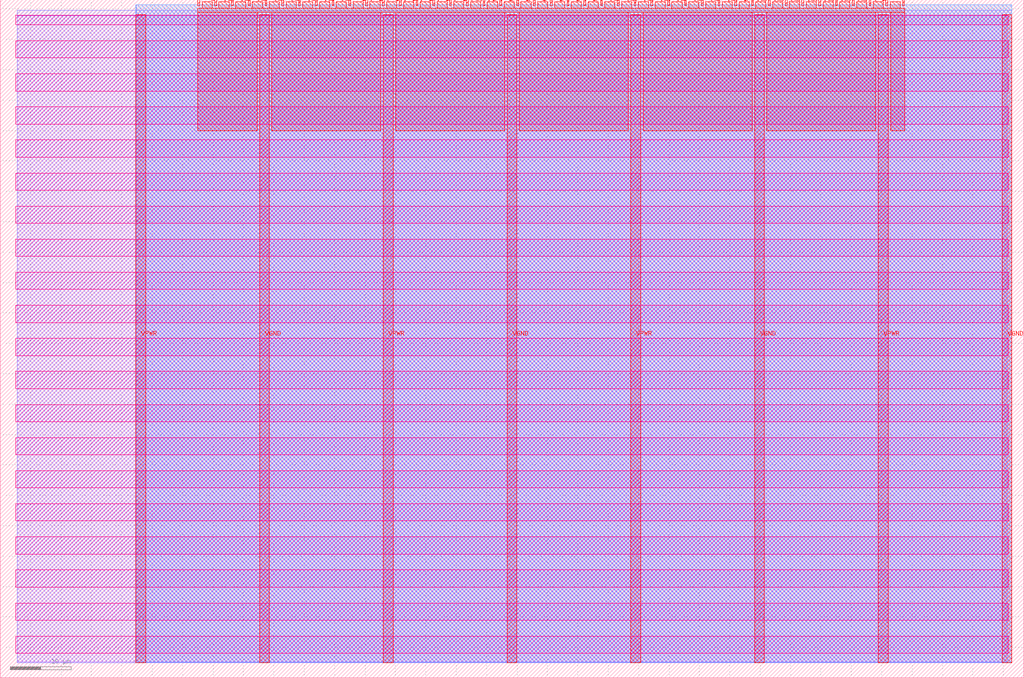
<source format=lef>
VERSION 5.7 ;
  NOWIREEXTENSIONATPIN ON ;
  DIVIDERCHAR "/" ;
  BUSBITCHARS "[]" ;
MACRO tt_um_matrix_multiplier
  CLASS BLOCK ;
  FOREIGN tt_um_matrix_multiplier ;
  ORIGIN 0.000 0.000 ;
  SIZE 168.360 BY 111.520 ;
  PIN VGND
    DIRECTION INOUT ;
    USE GROUND ;
    PORT
      LAYER met4 ;
        RECT 42.670 2.480 44.270 109.040 ;
    END
    PORT
      LAYER met4 ;
        RECT 83.380 2.480 84.980 109.040 ;
    END
    PORT
      LAYER met4 ;
        RECT 124.090 2.480 125.690 109.040 ;
    END
    PORT
      LAYER met4 ;
        RECT 164.800 2.480 166.400 109.040 ;
    END
  END VGND
  PIN VPWR
    DIRECTION INOUT ;
    USE POWER ;
    PORT
      LAYER met4 ;
        RECT 22.315 2.480 23.915 109.040 ;
    END
    PORT
      LAYER met4 ;
        RECT 63.025 2.480 64.625 109.040 ;
    END
    PORT
      LAYER met4 ;
        RECT 103.735 2.480 105.335 109.040 ;
    END
    PORT
      LAYER met4 ;
        RECT 144.445 2.480 146.045 109.040 ;
    END
  END VPWR
  PIN clk
    DIRECTION INPUT ;
    USE SIGNAL ;
    ANTENNAGATEAREA 0.852000 ;
    PORT
      LAYER met4 ;
        RECT 145.670 110.520 145.970 111.520 ;
    END
  END clk
  PIN ena
    DIRECTION INPUT ;
    USE SIGNAL ;
    ANTENNAGATEAREA 0.159000 ;
    PORT
      LAYER met4 ;
        RECT 148.430 110.520 148.730 111.520 ;
    END
  END ena
  PIN rst_n
    DIRECTION INPUT ;
    USE SIGNAL ;
    ANTENNAGATEAREA 0.213000 ;
    PORT
      LAYER met4 ;
        RECT 142.910 110.520 143.210 111.520 ;
    END
  END rst_n
  PIN ui_in[0]
    DIRECTION INPUT ;
    USE SIGNAL ;
    ANTENNAGATEAREA 0.213000 ;
    PORT
      LAYER met4 ;
        RECT 140.150 110.520 140.450 111.520 ;
    END
  END ui_in[0]
  PIN ui_in[1]
    DIRECTION INPUT ;
    USE SIGNAL ;
    ANTENNAGATEAREA 0.159000 ;
    PORT
      LAYER met4 ;
        RECT 137.390 110.520 137.690 111.520 ;
    END
  END ui_in[1]
  PIN ui_in[2]
    DIRECTION INPUT ;
    USE SIGNAL ;
    ANTENNAGATEAREA 0.159000 ;
    PORT
      LAYER met4 ;
        RECT 134.630 110.520 134.930 111.520 ;
    END
  END ui_in[2]
  PIN ui_in[3]
    DIRECTION INPUT ;
    USE SIGNAL ;
    ANTENNAGATEAREA 0.159000 ;
    PORT
      LAYER met4 ;
        RECT 131.870 110.520 132.170 111.520 ;
    END
  END ui_in[3]
  PIN ui_in[4]
    DIRECTION INPUT ;
    USE SIGNAL ;
    ANTENNAGATEAREA 0.213000 ;
    PORT
      LAYER met4 ;
        RECT 129.110 110.520 129.410 111.520 ;
    END
  END ui_in[4]
  PIN ui_in[5]
    DIRECTION INPUT ;
    USE SIGNAL ;
    ANTENNAGATEAREA 0.213000 ;
    PORT
      LAYER met4 ;
        RECT 126.350 110.520 126.650 111.520 ;
    END
  END ui_in[5]
  PIN ui_in[6]
    DIRECTION INPUT ;
    USE SIGNAL ;
    ANTENNAGATEAREA 0.213000 ;
    PORT
      LAYER met4 ;
        RECT 123.590 110.520 123.890 111.520 ;
    END
  END ui_in[6]
  PIN ui_in[7]
    DIRECTION INPUT ;
    USE SIGNAL ;
    ANTENNAGATEAREA 0.213000 ;
    PORT
      LAYER met4 ;
        RECT 120.830 110.520 121.130 111.520 ;
    END
  END ui_in[7]
  PIN uio_in[0]
    DIRECTION INPUT ;
    USE SIGNAL ;
    ANTENNAGATEAREA 0.213000 ;
    PORT
      LAYER met4 ;
        RECT 118.070 110.520 118.370 111.520 ;
    END
  END uio_in[0]
  PIN uio_in[1]
    DIRECTION INPUT ;
    USE SIGNAL ;
    ANTENNAGATEAREA 0.213000 ;
    PORT
      LAYER met4 ;
        RECT 115.310 110.520 115.610 111.520 ;
    END
  END uio_in[1]
  PIN uio_in[2]
    DIRECTION INPUT ;
    USE SIGNAL ;
    ANTENNAGATEAREA 0.159000 ;
    PORT
      LAYER met4 ;
        RECT 112.550 110.520 112.850 111.520 ;
    END
  END uio_in[2]
  PIN uio_in[3]
    DIRECTION INPUT ;
    USE SIGNAL ;
    ANTENNAGATEAREA 0.213000 ;
    PORT
      LAYER met4 ;
        RECT 109.790 110.520 110.090 111.520 ;
    END
  END uio_in[3]
  PIN uio_in[4]
    DIRECTION INPUT ;
    USE SIGNAL ;
    ANTENNAGATEAREA 0.196500 ;
    PORT
      LAYER met4 ;
        RECT 107.030 110.520 107.330 111.520 ;
    END
  END uio_in[4]
  PIN uio_in[5]
    DIRECTION INPUT ;
    USE SIGNAL ;
    ANTENNAGATEAREA 0.159000 ;
    PORT
      LAYER met4 ;
        RECT 104.270 110.520 104.570 111.520 ;
    END
  END uio_in[5]
  PIN uio_in[6]
    DIRECTION INPUT ;
    USE SIGNAL ;
    ANTENNAGATEAREA 0.159000 ;
    PORT
      LAYER met4 ;
        RECT 101.510 110.520 101.810 111.520 ;
    END
  END uio_in[6]
  PIN uio_in[7]
    DIRECTION INPUT ;
    USE SIGNAL ;
    ANTENNAGATEAREA 0.213000 ;
    PORT
      LAYER met4 ;
        RECT 98.750 110.520 99.050 111.520 ;
    END
  END uio_in[7]
  PIN uio_oe[0]
    DIRECTION OUTPUT TRISTATE ;
    USE SIGNAL ;
    ANTENNADIFFAREA 0.445500 ;
    PORT
      LAYER met4 ;
        RECT 51.830 110.520 52.130 111.520 ;
    END
  END uio_oe[0]
  PIN uio_oe[1]
    DIRECTION OUTPUT TRISTATE ;
    USE SIGNAL ;
    ANTENNADIFFAREA 0.445500 ;
    PORT
      LAYER met4 ;
        RECT 49.070 110.520 49.370 111.520 ;
    END
  END uio_oe[1]
  PIN uio_oe[2]
    DIRECTION OUTPUT TRISTATE ;
    USE SIGNAL ;
    ANTENNADIFFAREA 0.445500 ;
    PORT
      LAYER met4 ;
        RECT 46.310 110.520 46.610 111.520 ;
    END
  END uio_oe[2]
  PIN uio_oe[3]
    DIRECTION OUTPUT TRISTATE ;
    USE SIGNAL ;
    ANTENNADIFFAREA 0.445500 ;
    PORT
      LAYER met4 ;
        RECT 43.550 110.520 43.850 111.520 ;
    END
  END uio_oe[3]
  PIN uio_oe[4]
    DIRECTION OUTPUT TRISTATE ;
    USE SIGNAL ;
    ANTENNADIFFAREA 0.445500 ;
    PORT
      LAYER met4 ;
        RECT 40.790 110.520 41.090 111.520 ;
    END
  END uio_oe[4]
  PIN uio_oe[5]
    DIRECTION OUTPUT TRISTATE ;
    USE SIGNAL ;
    ANTENNADIFFAREA 0.795200 ;
    PORT
      LAYER met4 ;
        RECT 38.030 110.520 38.330 111.520 ;
    END
  END uio_oe[5]
  PIN uio_oe[6]
    DIRECTION OUTPUT TRISTATE ;
    USE SIGNAL ;
    ANTENNADIFFAREA 0.795200 ;
    PORT
      LAYER met4 ;
        RECT 35.270 110.520 35.570 111.520 ;
    END
  END uio_oe[6]
  PIN uio_oe[7]
    DIRECTION OUTPUT TRISTATE ;
    USE SIGNAL ;
    ANTENNADIFFAREA 0.795200 ;
    PORT
      LAYER met4 ;
        RECT 32.510 110.520 32.810 111.520 ;
    END
  END uio_oe[7]
  PIN uio_out[0]
    DIRECTION OUTPUT TRISTATE ;
    USE SIGNAL ;
    ANTENNAGATEAREA 0.247500 ;
    ANTENNADIFFAREA 0.891000 ;
    PORT
      LAYER met4 ;
        RECT 73.910 110.520 74.210 111.520 ;
    END
  END uio_out[0]
  PIN uio_out[1]
    DIRECTION OUTPUT TRISTATE ;
    USE SIGNAL ;
    ANTENNAGATEAREA 0.247500 ;
    ANTENNADIFFAREA 0.891000 ;
    PORT
      LAYER met4 ;
        RECT 71.150 110.520 71.450 111.520 ;
    END
  END uio_out[1]
  PIN uio_out[2]
    DIRECTION OUTPUT TRISTATE ;
    USE SIGNAL ;
    ANTENNAGATEAREA 0.126000 ;
    ANTENNADIFFAREA 0.445500 ;
    PORT
      LAYER met4 ;
        RECT 68.390 110.520 68.690 111.520 ;
    END
  END uio_out[2]
  PIN uio_out[3]
    DIRECTION OUTPUT TRISTATE ;
    USE SIGNAL ;
    ANTENNAGATEAREA 0.247500 ;
    ANTENNADIFFAREA 0.445500 ;
    PORT
      LAYER met4 ;
        RECT 65.630 110.520 65.930 111.520 ;
    END
  END uio_out[3]
  PIN uio_out[4]
    DIRECTION OUTPUT TRISTATE ;
    USE SIGNAL ;
    ANTENNAGATEAREA 0.247500 ;
    ANTENNADIFFAREA 0.891000 ;
    PORT
      LAYER met4 ;
        RECT 62.870 110.520 63.170 111.520 ;
    END
  END uio_out[4]
  PIN uio_out[5]
    DIRECTION OUTPUT TRISTATE ;
    USE SIGNAL ;
    ANTENNAGATEAREA 0.247500 ;
    ANTENNADIFFAREA 0.445500 ;
    PORT
      LAYER met4 ;
        RECT 60.110 110.520 60.410 111.520 ;
    END
  END uio_out[5]
  PIN uio_out[6]
    DIRECTION OUTPUT TRISTATE ;
    USE SIGNAL ;
    ANTENNAGATEAREA 0.247500 ;
    ANTENNADIFFAREA 0.891000 ;
    PORT
      LAYER met4 ;
        RECT 57.350 110.520 57.650 111.520 ;
    END
  END uio_out[6]
  PIN uio_out[7]
    DIRECTION OUTPUT TRISTATE ;
    USE SIGNAL ;
    ANTENNAGATEAREA 0.247500 ;
    ANTENNADIFFAREA 0.445500 ;
    PORT
      LAYER met4 ;
        RECT 54.590 110.520 54.890 111.520 ;
    END
  END uio_out[7]
  PIN uo_out[0]
    DIRECTION OUTPUT TRISTATE ;
    USE SIGNAL ;
    ANTENNAGATEAREA 0.247500 ;
    ANTENNADIFFAREA 0.891000 ;
    PORT
      LAYER met4 ;
        RECT 95.990 110.520 96.290 111.520 ;
    END
  END uo_out[0]
  PIN uo_out[1]
    DIRECTION OUTPUT TRISTATE ;
    USE SIGNAL ;
    ANTENNAGATEAREA 0.247500 ;
    ANTENNADIFFAREA 0.445500 ;
    PORT
      LAYER met4 ;
        RECT 93.230 110.520 93.530 111.520 ;
    END
  END uo_out[1]
  PIN uo_out[2]
    DIRECTION OUTPUT TRISTATE ;
    USE SIGNAL ;
    ANTENNAGATEAREA 0.126000 ;
    ANTENNADIFFAREA 0.445500 ;
    PORT
      LAYER met4 ;
        RECT 90.470 110.520 90.770 111.520 ;
    END
  END uo_out[2]
  PIN uo_out[3]
    DIRECTION OUTPUT TRISTATE ;
    USE SIGNAL ;
    ANTENNAGATEAREA 0.247500 ;
    ANTENNADIFFAREA 0.445500 ;
    PORT
      LAYER met4 ;
        RECT 87.710 110.520 88.010 111.520 ;
    END
  END uo_out[3]
  PIN uo_out[4]
    DIRECTION OUTPUT TRISTATE ;
    USE SIGNAL ;
    ANTENNAGATEAREA 0.247500 ;
    ANTENNADIFFAREA 0.891000 ;
    PORT
      LAYER met4 ;
        RECT 84.950 110.520 85.250 111.520 ;
    END
  END uo_out[4]
  PIN uo_out[5]
    DIRECTION OUTPUT TRISTATE ;
    USE SIGNAL ;
    ANTENNAGATEAREA 0.247500 ;
    ANTENNADIFFAREA 0.891000 ;
    PORT
      LAYER met4 ;
        RECT 82.190 110.520 82.490 111.520 ;
    END
  END uo_out[5]
  PIN uo_out[6]
    DIRECTION OUTPUT TRISTATE ;
    USE SIGNAL ;
    ANTENNAGATEAREA 0.247500 ;
    ANTENNADIFFAREA 0.891000 ;
    PORT
      LAYER met4 ;
        RECT 79.430 110.520 79.730 111.520 ;
    END
  END uo_out[6]
  PIN uo_out[7]
    DIRECTION OUTPUT TRISTATE ;
    USE SIGNAL ;
    ANTENNAGATEAREA 0.247500 ;
    ANTENNADIFFAREA 0.891000 ;
    PORT
      LAYER met4 ;
        RECT 76.670 110.520 76.970 111.520 ;
    END
  END uo_out[7]
  OBS
      LAYER nwell ;
        RECT 2.570 107.385 165.790 108.990 ;
        RECT 2.570 101.945 165.790 104.775 ;
        RECT 2.570 96.505 165.790 99.335 ;
        RECT 2.570 91.065 165.790 93.895 ;
        RECT 2.570 85.625 165.790 88.455 ;
        RECT 2.570 80.185 165.790 83.015 ;
        RECT 2.570 74.745 165.790 77.575 ;
        RECT 2.570 69.305 165.790 72.135 ;
        RECT 2.570 63.865 165.790 66.695 ;
        RECT 2.570 58.425 165.790 61.255 ;
        RECT 2.570 52.985 165.790 55.815 ;
        RECT 2.570 47.545 165.790 50.375 ;
        RECT 2.570 42.105 165.790 44.935 ;
        RECT 2.570 36.665 165.790 39.495 ;
        RECT 2.570 31.225 165.790 34.055 ;
        RECT 2.570 25.785 165.790 28.615 ;
        RECT 2.570 20.345 165.790 23.175 ;
        RECT 2.570 14.905 165.790 17.735 ;
        RECT 2.570 9.465 165.790 12.295 ;
        RECT 2.570 4.025 165.790 6.855 ;
      LAYER li1 ;
        RECT 2.760 2.635 165.600 108.885 ;
      LAYER met1 ;
        RECT 2.760 2.480 166.400 109.780 ;
      LAYER met2 ;
        RECT 22.345 2.535 166.370 110.685 ;
      LAYER met3 ;
        RECT 22.325 2.555 166.390 110.665 ;
      LAYER met4 ;
        RECT 33.210 110.120 34.870 111.170 ;
        RECT 35.970 110.120 37.630 111.170 ;
        RECT 38.730 110.120 40.390 111.170 ;
        RECT 41.490 110.120 43.150 111.170 ;
        RECT 44.250 110.120 45.910 111.170 ;
        RECT 47.010 110.120 48.670 111.170 ;
        RECT 49.770 110.120 51.430 111.170 ;
        RECT 52.530 110.120 54.190 111.170 ;
        RECT 55.290 110.120 56.950 111.170 ;
        RECT 58.050 110.120 59.710 111.170 ;
        RECT 60.810 110.120 62.470 111.170 ;
        RECT 63.570 110.120 65.230 111.170 ;
        RECT 66.330 110.120 67.990 111.170 ;
        RECT 69.090 110.120 70.750 111.170 ;
        RECT 71.850 110.120 73.510 111.170 ;
        RECT 74.610 110.120 76.270 111.170 ;
        RECT 77.370 110.120 79.030 111.170 ;
        RECT 80.130 110.120 81.790 111.170 ;
        RECT 82.890 110.120 84.550 111.170 ;
        RECT 85.650 110.120 87.310 111.170 ;
        RECT 88.410 110.120 90.070 111.170 ;
        RECT 91.170 110.120 92.830 111.170 ;
        RECT 93.930 110.120 95.590 111.170 ;
        RECT 96.690 110.120 98.350 111.170 ;
        RECT 99.450 110.120 101.110 111.170 ;
        RECT 102.210 110.120 103.870 111.170 ;
        RECT 104.970 110.120 106.630 111.170 ;
        RECT 107.730 110.120 109.390 111.170 ;
        RECT 110.490 110.120 112.150 111.170 ;
        RECT 113.250 110.120 114.910 111.170 ;
        RECT 116.010 110.120 117.670 111.170 ;
        RECT 118.770 110.120 120.430 111.170 ;
        RECT 121.530 110.120 123.190 111.170 ;
        RECT 124.290 110.120 125.950 111.170 ;
        RECT 127.050 110.120 128.710 111.170 ;
        RECT 129.810 110.120 131.470 111.170 ;
        RECT 132.570 110.120 134.230 111.170 ;
        RECT 135.330 110.120 136.990 111.170 ;
        RECT 138.090 110.120 139.750 111.170 ;
        RECT 140.850 110.120 142.510 111.170 ;
        RECT 143.610 110.120 145.270 111.170 ;
        RECT 146.370 110.120 148.030 111.170 ;
        RECT 32.495 109.440 148.745 110.120 ;
        RECT 32.495 89.935 42.270 109.440 ;
        RECT 44.670 89.935 62.625 109.440 ;
        RECT 65.025 89.935 82.980 109.440 ;
        RECT 85.380 89.935 103.335 109.440 ;
        RECT 105.735 89.935 123.690 109.440 ;
        RECT 126.090 89.935 144.045 109.440 ;
        RECT 146.445 89.935 148.745 109.440 ;
  END
END tt_um_matrix_multiplier
END LIBRARY


</source>
